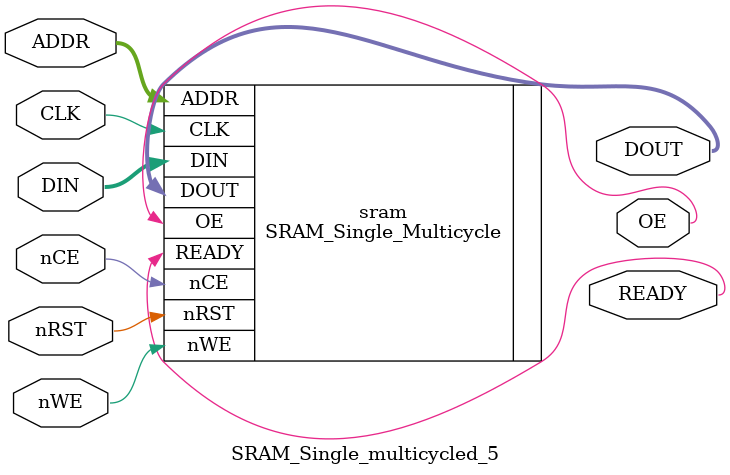
<source format=v>
`include "system_defines.vh"

module SRAM_Single_multicycled_5 (
	input					CLK,	// clock
	input					nRST,	// reset (active low)
	input					nCE,	// chip enable (active low)
	input					nWE,	// write enable (active low)
	output					READY,	// input ready
	input	[6:0]			ADDR,	// address
	input	[31:0]			DIN,	// data input
	output					OE,		// output enable
	output	[31:0]			DOUT	// data output
);

// definition & assignment ---------------------------------------------------

// implementation ------------------------------------------------------------
SRAM_Single_Multicycle #(
	.ADDR_WIDTH		(7),
	.DATA_WIDTH		(32),
	.CYCLE			(5)
) sram (
	.CLK			(CLK),
	.nRST			(nRST),
	.nCE			(nCE),
	.nWE			(nWE),
	.READY			(READY),
	.ADDR			(ADDR),
	.DIN			(DIN),
	.OE				(OE),
	.DOUT			(DOUT)
);

endmodule

</source>
